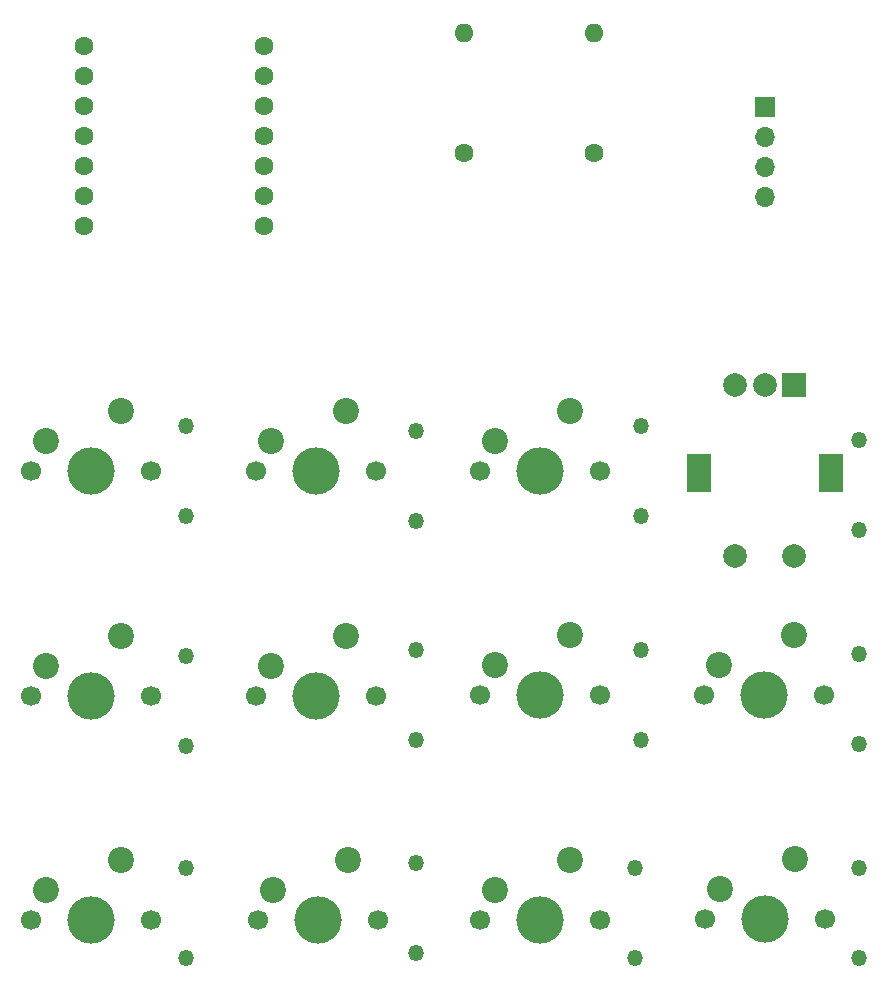
<source format=gbr>
%TF.GenerationSoftware,KiCad,Pcbnew,8.0.5*%
%TF.CreationDate,2024-10-19T19:52:03+11:00*%
%TF.ProjectId,Hackpad,4861636b-7061-4642-9e6b-696361645f70,rev?*%
%TF.SameCoordinates,Original*%
%TF.FileFunction,Soldermask,Bot*%
%TF.FilePolarity,Negative*%
%FSLAX46Y46*%
G04 Gerber Fmt 4.6, Leading zero omitted, Abs format (unit mm)*
G04 Created by KiCad (PCBNEW 8.0.5) date 2024-10-19 19:52:03*
%MOMM*%
%LPD*%
G01*
G04 APERTURE LIST*
%ADD10O,1.348740X1.348740*%
%ADD11C,1.700000*%
%ADD12C,4.000000*%
%ADD13C,2.200000*%
%ADD14C,1.600000*%
%ADD15O,1.600000X1.600000*%
%ADD16R,1.700000X1.700000*%
%ADD17O,1.700000X1.700000*%
%ADD18R,2.000000X2.000000*%
%ADD19C,2.000000*%
%ADD20R,2.000000X3.200000*%
G04 APERTURE END LIST*
D10*
%TO.C,D2*%
X109000000Y-79690000D03*
X109000000Y-87310000D03*
%TD*%
D11*
%TO.C,SW6*%
X114340000Y-102000000D03*
D12*
X119420000Y-102000000D03*
D11*
X124500000Y-102000000D03*
D13*
X121960000Y-96920000D03*
X115610000Y-99460000D03*
%TD*%
D14*
%TO.C,R1*%
X124000000Y-56080000D03*
D15*
X124000000Y-45920000D03*
%TD*%
D11*
%TO.C,SW10*%
X133380000Y-102040000D03*
D12*
X138460000Y-102040000D03*
D11*
X143540000Y-102040000D03*
D13*
X141000000Y-96960000D03*
X134650000Y-99500000D03*
%TD*%
D11*
%TO.C,SW11*%
X133420000Y-121000000D03*
D12*
X138500000Y-121000000D03*
D11*
X143580000Y-121000000D03*
D13*
X141040000Y-115920000D03*
X134690000Y-118460000D03*
%TD*%
D10*
%TO.C,D5*%
X109000000Y-98190000D03*
X109000000Y-105810000D03*
%TD*%
D14*
%TO.C,M1*%
X80882500Y-47037000D03*
X80882500Y-49577000D03*
X80882500Y-52117000D03*
X80882500Y-54657000D03*
X80882500Y-57197000D03*
X80882500Y-59737000D03*
X80882500Y-62277000D03*
X96117500Y-62277000D03*
X96117500Y-59737000D03*
X96117500Y-57197000D03*
X96117500Y-54657000D03*
X96117500Y-52117000D03*
X96117500Y-49577000D03*
X96117500Y-47037000D03*
%TD*%
D16*
%TO.C,J1*%
X138500000Y-52190000D03*
D17*
X138500000Y-54730000D03*
X138500000Y-57270000D03*
X138500000Y-59810000D03*
%TD*%
D11*
%TO.C,SW3*%
X114420000Y-83000000D03*
D12*
X119500000Y-83000000D03*
D11*
X124580000Y-83000000D03*
D13*
X122040000Y-77920000D03*
X115690000Y-80460000D03*
%TD*%
D11*
%TO.C,SW1*%
X76380000Y-83080000D03*
D12*
X81460000Y-83080000D03*
D11*
X86540000Y-83080000D03*
D13*
X84000000Y-78000000D03*
X77650000Y-80540000D03*
%TD*%
D10*
%TO.C,D9*%
X127500000Y-116690000D03*
X127500000Y-124310000D03*
%TD*%
D11*
%TO.C,SW5*%
X95380000Y-102080000D03*
D12*
X100460000Y-102080000D03*
D11*
X105540000Y-102080000D03*
D13*
X103000000Y-97000000D03*
X96650000Y-99540000D03*
%TD*%
D10*
%TO.C,D7*%
X89500000Y-116690000D03*
X89500000Y-124310000D03*
%TD*%
D11*
%TO.C,SW8*%
X95570000Y-121080000D03*
D12*
X100650000Y-121080000D03*
D11*
X105730000Y-121080000D03*
D13*
X103190000Y-116000000D03*
X96840000Y-118540000D03*
%TD*%
D10*
%TO.C,D10*%
X146500000Y-98500000D03*
X146500000Y-106120000D03*
%TD*%
%TO.C,D6*%
X128000000Y-98190000D03*
X128000000Y-105810000D03*
%TD*%
%TO.C,D8*%
X109000000Y-116190000D03*
X109000000Y-123810000D03*
%TD*%
D11*
%TO.C,SW9*%
X114380000Y-121080000D03*
D12*
X119460000Y-121080000D03*
D11*
X124540000Y-121080000D03*
D13*
X122000000Y-116000000D03*
X115650000Y-118540000D03*
%TD*%
D18*
%TO.C,SW12*%
X141000000Y-75750000D03*
D19*
X136000000Y-75750000D03*
X138500000Y-75750000D03*
D20*
X144100000Y-83250000D03*
X132900000Y-83250000D03*
D19*
X141000000Y-90250000D03*
X136000000Y-90250000D03*
%TD*%
D10*
%TO.C,D11*%
X146500000Y-116690000D03*
X146500000Y-124310000D03*
%TD*%
D11*
%TO.C,SW4*%
X76380000Y-102080000D03*
D12*
X81460000Y-102080000D03*
D11*
X86540000Y-102080000D03*
D13*
X84000000Y-97000000D03*
X77650000Y-99540000D03*
%TD*%
D10*
%TO.C,D1*%
X89500000Y-79190000D03*
X89500000Y-86810000D03*
%TD*%
D11*
%TO.C,SW2*%
X95380000Y-83080000D03*
D12*
X100460000Y-83080000D03*
D11*
X105540000Y-83080000D03*
D13*
X103000000Y-78000000D03*
X96650000Y-80540000D03*
%TD*%
D14*
%TO.C,R2*%
X113000000Y-56080000D03*
D15*
X113000000Y-45920000D03*
%TD*%
D11*
%TO.C,SW7*%
X76380000Y-121080000D03*
D12*
X81460000Y-121080000D03*
D11*
X86540000Y-121080000D03*
D13*
X84000000Y-116000000D03*
X77650000Y-118540000D03*
%TD*%
D10*
%TO.C,D12*%
X146500000Y-80380000D03*
X146500000Y-88000000D03*
%TD*%
%TO.C,D3*%
X128000000Y-79190000D03*
X128000000Y-86810000D03*
%TD*%
%TO.C,D4*%
X89500000Y-98690000D03*
X89500000Y-106310000D03*
%TD*%
M02*

</source>
